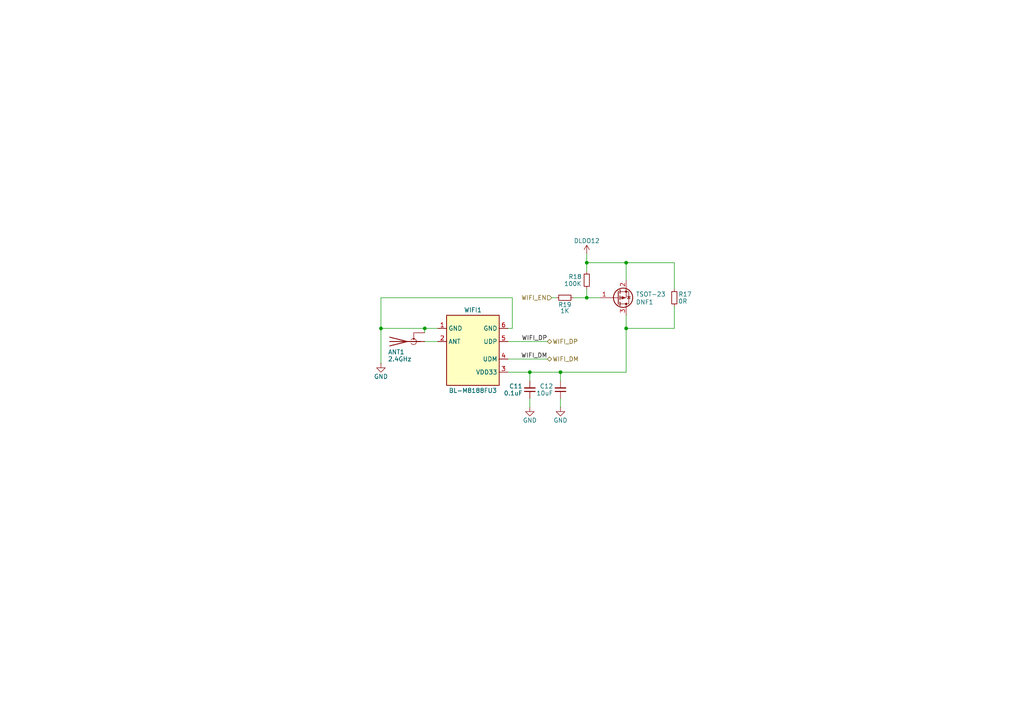
<source format=kicad_sch>
(kicad_sch (version 20231120) (generator "eeschema") (generator_version "8.0")
  (paper "A4")
  (lib_symbols
    (symbol "Device:Antenna_Shield" (pin_numbers hide) (pin_names (offset 1.016) hide)
      (property "Reference" "AE" (at -1.905 4.445 0))
      (property "Value" "Antenna_Shield" (at -1.905 2.54 0))
      (symbol "Antenna_Shield_0_1"
        (arc (start -0.508 -1.143) (mid -0.8429 -2.1194) (end 0 -2.667))
        (arc (start 0 -2.667) (mid 0.7989 -2.1052) (end 0.508 -1.143))
        (polyline (pts (xy 0 -2.54) (xy 0 0)))
        (polyline (pts (xy 0 5.08) (xy 0 -3.81)) (stroke (width 0.254)))
        (polyline (pts (xy 0.762 -1.905) (xy 2.54 -1.905)))
        (polyline (pts (xy 2.54 -2.54) (xy 2.54 -1.905)))
        (polyline (pts (xy 1.27 5.08) (xy 0 0) (xy -1.27 5.08)) (stroke (width 0.254)))
        (circle (center 0.762 -1.905) (radius 0.1778) (fill (type outline)))
      )
      (symbol "Antenna_Shield_1_1"
        (pin input line (at 0 -5.08 90) (length 2.54) (name "A") (number "1"))
        (pin input line (at 2.54 -5.08 90) (length 2.54) (name "Shield") (number "2"))
      )
    )
    (symbol "Device:C_Small" (pin_numbers hide) (pin_names (offset 0.254) hide)
      (property "Reference" "C" (at 0.254 1.778 0))
      (property "Value" "C_Small" (at 0.254 -2.032 0))
      (symbol "C_Small_0_1"
        (polyline (pts (xy -1.524 -0.508) (xy 1.524 -0.508)) (stroke (width 0.3302)))
        (polyline (pts (xy -1.524 0.508) (xy 1.524 0.508)) (stroke (width 0.3048)))
      )
      (symbol "C_Small_1_1"
        (pin passive line (at 0 2.54 270) (length 2.032) (name "~") (number "1"))
        (pin passive line (at 0 -2.54 90) (length 2.032) (name "~") (number "2"))
      )
    )
    (symbol "Device:Q_PMOS_GSD" (pin_names (offset 0) hide)
      (property "Reference" "Q" (at 5.08 1.27 0))
      (property "Value" "Q_PMOS_GSD" (at 5.08 -1.27 0))
      (symbol "Q_PMOS_GSD_0_1"
        (polyline (pts (xy 0.254 0) (xy -2.54 0)))
        (polyline (pts (xy 0.254 1.905) (xy 0.254 -1.905)) (stroke (width 0.254)))
        (polyline (pts (xy 0.762 -1.27) (xy 0.762 -2.286)) (stroke (width 0.254)))
        (polyline (pts (xy 0.762 0.508) (xy 0.762 -0.508)) (stroke (width 0.254)))
        (polyline (pts (xy 0.762 2.286) (xy 0.762 1.27)) (stroke (width 0.254)))
        (polyline (pts (xy 2.54 2.54) (xy 2.54 1.778)))
        (polyline (pts (xy 2.54 -2.54) (xy 2.54 0) (xy 0.762 0)))
        (polyline (pts (xy 0.762 1.778) (xy 3.302 1.778) (xy 3.302 -1.778) (xy 0.762 -1.778)))
        (polyline (pts (xy 2.286 0) (xy 1.27 0.381) (xy 1.27 -0.381) (xy 2.286 0)) (fill (type outline)))
        (polyline (pts (xy 2.794 -0.508) (xy 2.921 -0.381) (xy 3.683 -0.381) (xy 3.81 -0.254)))
        (polyline (pts (xy 3.302 -0.381) (xy 2.921 0.254) (xy 3.683 0.254) (xy 3.302 -0.381)))
        (circle (center 1.651 0) (radius 2.794) (stroke (width 0.254)))
        (circle (center 2.54 -1.778) (radius 0.254) (fill (type outline)))
        (circle (center 2.54 1.778) (radius 0.254) (fill (type outline)))
      )
      (symbol "Q_PMOS_GSD_1_1"
        (pin input line (at -5.08 0 0) (length 2.54) (name "G") (number "1"))
        (pin passive line (at 2.54 -5.08 90) (length 2.54) (name "S") (number "2"))
        (pin passive line (at 2.54 5.08 270) (length 2.54) (name "D") (number "3"))
      )
    )
    (symbol "Device:R_Small" (pin_numbers hide) (pin_names (offset 0.254) hide)
      (property "Reference" "R" (at 0.762 0.508 0))
      (property "Value" "R_Small" (at 0.762 -1.016 0))
      (symbol "R_Small_0_1"
        (rectangle (start -0.762 1.778) (end 0.762 -1.778) (stroke (width 0.2032)))
      )
      (symbol "R_Small_1_1"
        (pin passive line (at 0 2.54 270) (length 0.762) (name "~") (number "1"))
        (pin passive line (at 0 -2.54 90) (length 0.762) (name "~") (number "2"))
      )
    )
    (symbol "MM-Plus-RE:BL-M8188FU3"
      (property "Reference" "U" (at -7.366 11.684 0))
      (property "Value" "BL-M8188FU3" (at 1.016 -11.684 0))
      (symbol "BL-M8188FU3_0_1"
        (rectangle (start -7.62 10.16) (end 7.62 -10.16) (stroke (width 0.254)) (fill (type background)))
      )
      (symbol "BL-M8188FU3_1_1"
        (pin input line (at -10.16 6.35 0) (length 2.54) (name "GND") (number "1"))
        (pin output line (at -10.16 2.54 0) (length 2.54) (name "ANT") (number "2"))
        (pin input line (at 10.16 -6.35 180) (length 2.54) (name "VDD33") (number "3"))
        (pin bidirectional line (at 10.16 -2.54 180) (length 2.54) (name "UDM") (number "4"))
        (pin bidirectional line (at 10.16 2.54 180) (length 2.54) (name "UDP") (number "5"))
        (pin input line (at 10.16 6.35 180) (length 2.54) (name "GND") (number "6"))
      )
    )
    (symbol "power:GND" (power) (pin_numbers hide) (pin_names (offset 0) hide)
      (property "Value" "GND" (at 0 -3.81 0))
      (symbol "GND_0_1"
        (polyline (pts (xy 0 0) (xy 0 -1.27) (xy 1.27 -1.27) (xy 0 -2.54) (xy -1.27 -1.27) (xy 0 -1.27)))
      )
      (symbol "GND_1_1"
        (pin power_in line (at 0 0 270) (length 0) (name "~") (number "1"))
      )
    )
    (symbol "power:VCC" (power) (pin_numbers hide) (pin_names (offset 0) hide)
      (property "Value" "VCC" (at 0 3.556 0))
      (symbol "VCC_0_1"
        (polyline (pts (xy -0.762 1.27) (xy 0 2.54)))
        (polyline (pts (xy 0 0) (xy 0 2.54)))
        (polyline (pts (xy 0 2.54) (xy 0.762 1.27)))
      )
      (symbol "VCC_1_1"
        (pin power_in line (at 0 0 90) (length 0) (name "~") (number "1"))
      )
    )
  )
  (junction (at 181.61 76.2))
  (junction (at 123.19 95.25))
  (junction (at 110.49 95.25))
  (junction (at 170.18 86.36))
  (junction (at 170.18 76.2))
  (junction (at 162.56 107.95))
  (junction (at 153.67 107.95))
  (junction (at 181.61 95.25))
  (wire (pts (xy 170.18 86.36) (xy 173.99 86.36)))
  (wire (pts (xy 195.58 76.2) (xy 195.58 83.82)))
  (wire (pts (xy 162.56 107.95) (xy 162.56 110.49)))
  (wire (pts (xy 147.32 107.95) (xy 153.67 107.95)))
  (wire (pts (xy 153.67 115.57) (xy 153.67 118.11)))
  (wire (pts (xy 181.61 76.2) (xy 195.58 76.2)))
  (wire (pts (xy 162.56 107.95) (xy 181.61 107.95)))
  (wire (pts (xy 170.18 83.82) (xy 170.18 86.36)))
  (wire (pts (xy 170.18 76.2) (xy 181.61 76.2)))
  (wire (pts (xy 195.58 88.9) (xy 195.58 95.25)))
  (wire (pts (xy 123.19 95.25) (xy 127 95.25)))
  (wire (pts (xy 110.49 86.36) (xy 110.49 95.25)))
  (wire (pts (xy 162.56 115.57) (xy 162.56 118.11)))
  (wire (pts (xy 195.58 95.25) (xy 181.61 95.25)))
  (wire (pts (xy 181.61 95.25) (xy 181.61 91.44)))
  (wire (pts (xy 123.19 95.25) (xy 123.19 96.52)))
  (wire (pts (xy 170.18 73.66) (xy 170.18 76.2)))
  (wire (pts (xy 181.61 95.25) (xy 181.61 107.95)))
  (wire (pts (xy 147.32 99.06) (xy 158.75 99.06)))
  (wire (pts (xy 181.61 76.2) (xy 181.61 81.28)))
  (wire (pts (xy 153.67 107.95) (xy 153.67 110.49)))
  (wire (pts (xy 170.18 76.2) (xy 170.18 78.74)))
  (wire (pts (xy 166.37 86.36) (xy 170.18 86.36)))
  (wire (pts (xy 160.02 86.36) (xy 161.29 86.36)))
  (wire (pts (xy 148.59 86.36) (xy 110.49 86.36)))
  (wire (pts (xy 148.59 95.25) (xy 148.59 86.36)))
  (wire (pts (xy 147.32 104.14) (xy 158.75 104.14)))
  (wire (pts (xy 110.49 105.41) (xy 110.49 95.25)))
  (wire (pts (xy 153.67 107.95) (xy 162.56 107.95)))
  (wire (pts (xy 123.19 99.06) (xy 127 99.06)))
  (wire (pts (xy 110.49 95.25) (xy 123.19 95.25)))
  (wire (pts (xy 148.59 95.25) (xy 147.32 95.25)))
  (label "WIFI_DP" (at 158.75 99.06 180))
  (label "WIFI_DM" (at 158.75 104.14 180))
  (hierarchical_label "WIFI_DP" (shape bidirectional) (at 158.75 99.06 0))
  (hierarchical_label "WIFI_DM" (shape bidirectional) (at 158.75 104.14 0))
  (hierarchical_label "WIFI_EN" (shape input) (at 160.02 86.36 180))
  (symbol (lib_id "power:VCC") (at 170.18 73.66 0) (unit 1)
    (property "Reference" "#PWR096" (effects (hide yes)))
    (property "Value" "DLDO12" (at 170.18 69.85 0))
    (property "Description" "Power symbol creates a global label with name \"VCC\"" (effects (hide yes)))
  )
  (symbol (lib_id "power:GND") (at 110.49 105.41 0) (unit 1)
    (property "Reference" "#PWR069" (effects (hide yes)))
    (property "Value" "GND" (at 110.49 109.22 0))
    (property "Description" "Power symbol creates a global label with name \"GND\" , ground" (effects (hide yes)))
  )
  (symbol (lib_id "Device:R_Small") (at 195.58 86.36 0) (mirror x) (unit 1)
    (property "Reference" "R17" (at 200.66 85.344 0) (effects (justify right)))
    (property "Value" "0R" (at 199.39 87.376 0) (effects (justify right)))
    (property "Footprint" "Resistor_SMD:R_0603_1608Metric" (effects (hide yes)))
  )
  (symbol (lib_id "Device:Antenna_Shield") (at 118.11 99.06 90) (unit 1) (in_bom no)
    (property "Reference" "ANT1" (at 117.348 102.108 90) (effects (justify left)))
    (property "Value" "2.4GHz" (at 119.38 104.14 90) (effects (justify left)))
    (property "Footprint" "RF_Antenna:Texas_SWRA117D_2.4GHz_Right" (effects (hide yes)))
  )
  (symbol (lib_id "Device:R_Small") (at 163.83 86.36 270) (unit 1)
    (property "Reference" "R19" (at 163.83 88.392 90))
    (property "Value" "1K" (at 163.83 90.17 90))
    (property "Footprint" "Resistor_SMD:R_0402_1005Metric" (effects (hide yes)))
  )
  (symbol (lib_id "power:GND") (at 162.56 118.11 0) (unit 1)
    (property "Reference" "#PWR071" (effects (hide yes)))
    (property "Value" "GND" (at 162.56 121.92 0))
    (property "Description" "Power symbol creates a global label with name \"GND\" , ground" (effects (hide yes)))
  )
  (symbol (lib_id "Device:R_Small") (at 170.18 81.28 0) (mirror x) (unit 1)
    (property "Reference" "R18" (at 164.846 80.264 0) (effects (justify left)))
    (property "Value" "100K" (at 163.576 82.296 0) (effects (justify left)))
    (property "Footprint" "Resistor_SMD:R_0402_1005Metric" (effects (hide yes)))
  )
  (symbol (lib_id "MM-Plus-RE:BL-M8188FU3") (at 137.16 101.6 0) (unit 1)
    (property "Reference" "WIFI1" (at 137.16 89.916 0))
    (property "Value" "BL-M8188FU3" (at 137.16 113.284 0))
    (property "Footprint" "MM-Plus-RE:BL-M8188FU3" (effects (hide yes)))
  )
  (symbol (lib_id "Device:C_Small") (at 153.67 113.03 180) (unit 1)
    (property "Reference" "C11" (at 149.606 112.014 0))
    (property "Value" "0.1uF" (at 148.844 114.046 0))
    (property "Footprint" "Capacitor_SMD:C_0402_1005Metric" (effects (hide yes)))
  )
  (symbol (lib_id "Device:Q_PMOS_GSD") (at 179.07 86.36 0) (mirror x) (unit 1)
    (property "Reference" "DNF1" (at 184.404 87.63 0) (effects (justify left)))
    (property "Value" "TSOT-23" (at 184.404 85.344 0) (effects (justify left)))
    (property "Footprint" "Package_TO_SOT_SMD:TSOT-23" (effects (hide yes)))
  )
  (symbol (lib_id "power:GND") (at 153.67 118.11 0) (unit 1)
    (property "Reference" "#PWR070" (effects (hide yes)))
    (property "Value" "GND" (at 153.67 121.92 0))
    (property "Description" "Power symbol creates a global label with name \"GND\" , ground" (effects (hide yes)))
  )
  (symbol (lib_id "Device:C_Small") (at 162.56 113.03 180) (unit 1)
    (property "Reference" "C12" (at 158.496 112.014 0))
    (property "Value" "10uF" (at 157.988 114.046 0))
    (property "Footprint" "Capacitor_SMD:C_0603_1608Metric" (effects (hide yes)))
  )
)
</source>
